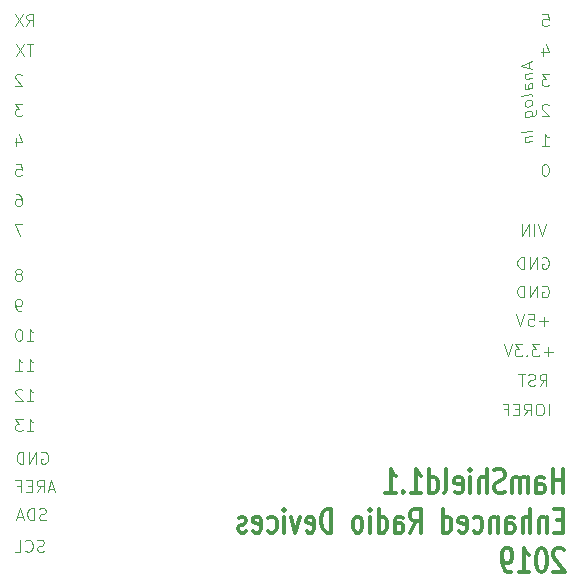
<source format=gbo>
G04 #@! TF.GenerationSoftware,KiCad,Pcbnew,(5.0.0)*
G04 #@! TF.CreationDate,2018-12-02T13:03:49-08:00*
G04 #@! TF.ProjectId,HamShield1.1,48616D536869656C64312E312E6B6963,rev?*
G04 #@! TF.SameCoordinates,PX581e980PY882a660*
G04 #@! TF.FileFunction,Legend,Bot*
G04 #@! TF.FilePolarity,Positive*
%FSLAX46Y46*%
G04 Gerber Fmt 4.6, Leading zero omitted, Abs format (unit mm)*
G04 Created by KiCad (PCBNEW (5.0.0)) date 12/02/18 13:03:49*
%MOMM*%
%LPD*%
G01*
G04 APERTURE LIST*
%ADD10C,0.304800*%
%ADD11C,0.125000*%
%ADD12C,1.950000*%
%ADD13R,1.977200X2.282000*%
%ADD14O,1.977200X2.282000*%
%ADD15R,1.950000X1.950000*%
%ADD16O,1.950000X1.950000*%
%ADD17C,2.129600*%
%ADD18C,3.750000*%
%ADD19R,2.250000X4.314000*%
G04 APERTURE END LIST*
D10*
X50439022Y14623562D02*
X50439022Y16655562D01*
X50439022Y15687943D02*
X49568165Y15687943D01*
X49568165Y14623562D02*
X49568165Y16655562D01*
X48189308Y14623562D02*
X48189308Y15687943D01*
X48261880Y15881467D01*
X48407022Y15978229D01*
X48697308Y15978229D01*
X48842451Y15881467D01*
X48189308Y14720324D02*
X48334451Y14623562D01*
X48697308Y14623562D01*
X48842451Y14720324D01*
X48915022Y14913848D01*
X48915022Y15107372D01*
X48842451Y15300896D01*
X48697308Y15397658D01*
X48334451Y15397658D01*
X48189308Y15494420D01*
X47463594Y14623562D02*
X47463594Y15978229D01*
X47463594Y15784705D02*
X47391022Y15881467D01*
X47245880Y15978229D01*
X47028165Y15978229D01*
X46883022Y15881467D01*
X46810451Y15687943D01*
X46810451Y14623562D01*
X46810451Y15687943D02*
X46737880Y15881467D01*
X46592737Y15978229D01*
X46375022Y15978229D01*
X46229880Y15881467D01*
X46157308Y15687943D01*
X46157308Y14623562D01*
X45504165Y14720324D02*
X45286451Y14623562D01*
X44923594Y14623562D01*
X44778451Y14720324D01*
X44705880Y14817086D01*
X44633308Y15010610D01*
X44633308Y15204134D01*
X44705880Y15397658D01*
X44778451Y15494420D01*
X44923594Y15591181D01*
X45213880Y15687943D01*
X45359022Y15784705D01*
X45431594Y15881467D01*
X45504165Y16074991D01*
X45504165Y16268515D01*
X45431594Y16462039D01*
X45359022Y16558800D01*
X45213880Y16655562D01*
X44851022Y16655562D01*
X44633308Y16558800D01*
X43980165Y14623562D02*
X43980165Y16655562D01*
X43327022Y14623562D02*
X43327022Y15687943D01*
X43399594Y15881467D01*
X43544737Y15978229D01*
X43762451Y15978229D01*
X43907594Y15881467D01*
X43980165Y15784705D01*
X42601308Y14623562D02*
X42601308Y15978229D01*
X42601308Y16655562D02*
X42673880Y16558800D01*
X42601308Y16462039D01*
X42528737Y16558800D01*
X42601308Y16655562D01*
X42601308Y16462039D01*
X41295022Y14720324D02*
X41440165Y14623562D01*
X41730451Y14623562D01*
X41875594Y14720324D01*
X41948165Y14913848D01*
X41948165Y15687943D01*
X41875594Y15881467D01*
X41730451Y15978229D01*
X41440165Y15978229D01*
X41295022Y15881467D01*
X41222451Y15687943D01*
X41222451Y15494420D01*
X41948165Y15300896D01*
X40351594Y14623562D02*
X40496737Y14720324D01*
X40569308Y14913848D01*
X40569308Y16655562D01*
X39117880Y14623562D02*
X39117880Y16655562D01*
X39117880Y14720324D02*
X39263022Y14623562D01*
X39553308Y14623562D01*
X39698451Y14720324D01*
X39771022Y14817086D01*
X39843594Y15010610D01*
X39843594Y15591181D01*
X39771022Y15784705D01*
X39698451Y15881467D01*
X39553308Y15978229D01*
X39263022Y15978229D01*
X39117880Y15881467D01*
X37593880Y14623562D02*
X38464737Y14623562D01*
X38029308Y14623562D02*
X38029308Y16655562D01*
X38174451Y16365277D01*
X38319594Y16171753D01*
X38464737Y16074991D01*
X36940737Y14817086D02*
X36868165Y14720324D01*
X36940737Y14623562D01*
X37013308Y14720324D01*
X36940737Y14817086D01*
X36940737Y14623562D01*
X35416737Y14623562D02*
X36287594Y14623562D01*
X35852165Y14623562D02*
X35852165Y16655562D01*
X35997308Y16365277D01*
X36142451Y16171753D01*
X36287594Y16074991D01*
X50439022Y12335143D02*
X49931022Y12335143D01*
X49713308Y11270762D02*
X50439022Y11270762D01*
X50439022Y13302762D01*
X49713308Y13302762D01*
X49060165Y12625429D02*
X49060165Y11270762D01*
X49060165Y12431905D02*
X48987594Y12528667D01*
X48842451Y12625429D01*
X48624737Y12625429D01*
X48479594Y12528667D01*
X48407022Y12335143D01*
X48407022Y11270762D01*
X47681308Y11270762D02*
X47681308Y13302762D01*
X47028165Y11270762D02*
X47028165Y12335143D01*
X47100737Y12528667D01*
X47245880Y12625429D01*
X47463594Y12625429D01*
X47608737Y12528667D01*
X47681308Y12431905D01*
X45649308Y11270762D02*
X45649308Y12335143D01*
X45721880Y12528667D01*
X45867022Y12625429D01*
X46157308Y12625429D01*
X46302451Y12528667D01*
X45649308Y11367524D02*
X45794451Y11270762D01*
X46157308Y11270762D01*
X46302451Y11367524D01*
X46375022Y11561048D01*
X46375022Y11754572D01*
X46302451Y11948096D01*
X46157308Y12044858D01*
X45794451Y12044858D01*
X45649308Y12141620D01*
X44923594Y12625429D02*
X44923594Y11270762D01*
X44923594Y12431905D02*
X44851022Y12528667D01*
X44705880Y12625429D01*
X44488165Y12625429D01*
X44343022Y12528667D01*
X44270451Y12335143D01*
X44270451Y11270762D01*
X42891594Y11367524D02*
X43036737Y11270762D01*
X43327022Y11270762D01*
X43472165Y11367524D01*
X43544737Y11464286D01*
X43617308Y11657810D01*
X43617308Y12238381D01*
X43544737Y12431905D01*
X43472165Y12528667D01*
X43327022Y12625429D01*
X43036737Y12625429D01*
X42891594Y12528667D01*
X41657880Y11367524D02*
X41803022Y11270762D01*
X42093308Y11270762D01*
X42238451Y11367524D01*
X42311022Y11561048D01*
X42311022Y12335143D01*
X42238451Y12528667D01*
X42093308Y12625429D01*
X41803022Y12625429D01*
X41657880Y12528667D01*
X41585308Y12335143D01*
X41585308Y12141620D01*
X42311022Y11948096D01*
X40279022Y11270762D02*
X40279022Y13302762D01*
X40279022Y11367524D02*
X40424165Y11270762D01*
X40714451Y11270762D01*
X40859594Y11367524D01*
X40932165Y11464286D01*
X41004737Y11657810D01*
X41004737Y12238381D01*
X40932165Y12431905D01*
X40859594Y12528667D01*
X40714451Y12625429D01*
X40424165Y12625429D01*
X40279022Y12528667D01*
X37521308Y11270762D02*
X38029308Y12238381D01*
X38392165Y11270762D02*
X38392165Y13302762D01*
X37811594Y13302762D01*
X37666451Y13206000D01*
X37593880Y13109239D01*
X37521308Y12915715D01*
X37521308Y12625429D01*
X37593880Y12431905D01*
X37666451Y12335143D01*
X37811594Y12238381D01*
X38392165Y12238381D01*
X36215022Y11270762D02*
X36215022Y12335143D01*
X36287594Y12528667D01*
X36432737Y12625429D01*
X36723022Y12625429D01*
X36868165Y12528667D01*
X36215022Y11367524D02*
X36360165Y11270762D01*
X36723022Y11270762D01*
X36868165Y11367524D01*
X36940737Y11561048D01*
X36940737Y11754572D01*
X36868165Y11948096D01*
X36723022Y12044858D01*
X36360165Y12044858D01*
X36215022Y12141620D01*
X34836165Y11270762D02*
X34836165Y13302762D01*
X34836165Y11367524D02*
X34981308Y11270762D01*
X35271594Y11270762D01*
X35416737Y11367524D01*
X35489308Y11464286D01*
X35561880Y11657810D01*
X35561880Y12238381D01*
X35489308Y12431905D01*
X35416737Y12528667D01*
X35271594Y12625429D01*
X34981308Y12625429D01*
X34836165Y12528667D01*
X34110451Y11270762D02*
X34110451Y12625429D01*
X34110451Y13302762D02*
X34183022Y13206000D01*
X34110451Y13109239D01*
X34037880Y13206000D01*
X34110451Y13302762D01*
X34110451Y13109239D01*
X33167022Y11270762D02*
X33312165Y11367524D01*
X33384737Y11464286D01*
X33457308Y11657810D01*
X33457308Y12238381D01*
X33384737Y12431905D01*
X33312165Y12528667D01*
X33167022Y12625429D01*
X32949308Y12625429D01*
X32804165Y12528667D01*
X32731594Y12431905D01*
X32659022Y12238381D01*
X32659022Y11657810D01*
X32731594Y11464286D01*
X32804165Y11367524D01*
X32949308Y11270762D01*
X33167022Y11270762D01*
X30844737Y11270762D02*
X30844737Y13302762D01*
X30481880Y13302762D01*
X30264165Y13206000D01*
X30119022Y13012477D01*
X30046451Y12818953D01*
X29973880Y12431905D01*
X29973880Y12141620D01*
X30046451Y11754572D01*
X30119022Y11561048D01*
X30264165Y11367524D01*
X30481880Y11270762D01*
X30844737Y11270762D01*
X28740165Y11367524D02*
X28885308Y11270762D01*
X29175594Y11270762D01*
X29320737Y11367524D01*
X29393308Y11561048D01*
X29393308Y12335143D01*
X29320737Y12528667D01*
X29175594Y12625429D01*
X28885308Y12625429D01*
X28740165Y12528667D01*
X28667594Y12335143D01*
X28667594Y12141620D01*
X29393308Y11948096D01*
X28159594Y12625429D02*
X27796737Y11270762D01*
X27433880Y12625429D01*
X26853308Y11270762D02*
X26853308Y12625429D01*
X26853308Y13302762D02*
X26925880Y13206000D01*
X26853308Y13109239D01*
X26780737Y13206000D01*
X26853308Y13302762D01*
X26853308Y13109239D01*
X25474451Y11367524D02*
X25619594Y11270762D01*
X25909880Y11270762D01*
X26055022Y11367524D01*
X26127594Y11464286D01*
X26200165Y11657810D01*
X26200165Y12238381D01*
X26127594Y12431905D01*
X26055022Y12528667D01*
X25909880Y12625429D01*
X25619594Y12625429D01*
X25474451Y12528667D01*
X24240737Y11367524D02*
X24385880Y11270762D01*
X24676165Y11270762D01*
X24821308Y11367524D01*
X24893880Y11561048D01*
X24893880Y12335143D01*
X24821308Y12528667D01*
X24676165Y12625429D01*
X24385880Y12625429D01*
X24240737Y12528667D01*
X24168165Y12335143D01*
X24168165Y12141620D01*
X24893880Y11948096D01*
X23587594Y11367524D02*
X23442451Y11270762D01*
X23152165Y11270762D01*
X23007022Y11367524D01*
X22934451Y11561048D01*
X22934451Y11657810D01*
X23007022Y11851334D01*
X23152165Y11948096D01*
X23369880Y11948096D01*
X23515022Y12044858D01*
X23587594Y12238381D01*
X23587594Y12335143D01*
X23515022Y12528667D01*
X23369880Y12625429D01*
X23152165Y12625429D01*
X23007022Y12528667D01*
X50511594Y9756439D02*
X50439022Y9853200D01*
X50293880Y9949962D01*
X49931022Y9949962D01*
X49785880Y9853200D01*
X49713308Y9756439D01*
X49640737Y9562915D01*
X49640737Y9369391D01*
X49713308Y9079105D01*
X50584165Y7917962D01*
X49640737Y7917962D01*
X48697308Y9949962D02*
X48552165Y9949962D01*
X48407022Y9853200D01*
X48334451Y9756439D01*
X48261880Y9562915D01*
X48189308Y9175867D01*
X48189308Y8692058D01*
X48261880Y8305010D01*
X48334451Y8111486D01*
X48407022Y8014724D01*
X48552165Y7917962D01*
X48697308Y7917962D01*
X48842451Y8014724D01*
X48915022Y8111486D01*
X48987594Y8305010D01*
X49060165Y8692058D01*
X49060165Y9175867D01*
X48987594Y9562915D01*
X48915022Y9756439D01*
X48842451Y9853200D01*
X48697308Y9949962D01*
X46737880Y7917962D02*
X47608737Y7917962D01*
X47173308Y7917962D02*
X47173308Y9949962D01*
X47318451Y9659677D01*
X47463594Y9466153D01*
X47608737Y9369391D01*
X46012165Y7917962D02*
X45721880Y7917962D01*
X45576737Y8014724D01*
X45504165Y8111486D01*
X45359022Y8401772D01*
X45286451Y8788820D01*
X45286451Y9562915D01*
X45359022Y9756439D01*
X45431594Y9853200D01*
X45576737Y9949962D01*
X45867022Y9949962D01*
X46012165Y9853200D01*
X46084737Y9756439D01*
X46157308Y9562915D01*
X46157308Y9079105D01*
X46084737Y8885581D01*
X46012165Y8788820D01*
X45867022Y8692058D01*
X45576737Y8692058D01*
X45431594Y8788820D01*
X45359022Y8885581D01*
X45286451Y9079105D01*
G04 #@! TO.C,U5*
D11*
X49234761Y21187620D02*
X49234761Y22187620D01*
X48568095Y22187620D02*
X48377619Y22187620D01*
X48282380Y22140000D01*
X48187142Y22044762D01*
X48139523Y21854286D01*
X48139523Y21520953D01*
X48187142Y21330477D01*
X48282380Y21235239D01*
X48377619Y21187620D01*
X48568095Y21187620D01*
X48663333Y21235239D01*
X48758571Y21330477D01*
X48806190Y21520953D01*
X48806190Y21854286D01*
X48758571Y22044762D01*
X48663333Y22140000D01*
X48568095Y22187620D01*
X47139523Y21187620D02*
X47472857Y21663810D01*
X47710952Y21187620D02*
X47710952Y22187620D01*
X47330000Y22187620D01*
X47234761Y22140000D01*
X47187142Y22092381D01*
X47139523Y21997143D01*
X47139523Y21854286D01*
X47187142Y21759048D01*
X47234761Y21711429D01*
X47330000Y21663810D01*
X47710952Y21663810D01*
X46710952Y21711429D02*
X46377619Y21711429D01*
X46234761Y21187620D02*
X46710952Y21187620D01*
X46710952Y22187620D01*
X46234761Y22187620D01*
X45472857Y21711429D02*
X45806190Y21711429D01*
X45806190Y21187620D02*
X45806190Y22187620D01*
X45330000Y22187620D01*
X6500476Y9695239D02*
X6357619Y9647620D01*
X6119523Y9647620D01*
X6024285Y9695239D01*
X5976666Y9742858D01*
X5929047Y9838096D01*
X5929047Y9933334D01*
X5976666Y10028572D01*
X6024285Y10076191D01*
X6119523Y10123810D01*
X6310000Y10171429D01*
X6405238Y10219048D01*
X6452857Y10266667D01*
X6500476Y10361905D01*
X6500476Y10457143D01*
X6452857Y10552381D01*
X6405238Y10600000D01*
X6310000Y10647620D01*
X6071904Y10647620D01*
X5929047Y10600000D01*
X4929047Y9742858D02*
X4976666Y9695239D01*
X5119523Y9647620D01*
X5214761Y9647620D01*
X5357619Y9695239D01*
X5452857Y9790477D01*
X5500476Y9885715D01*
X5548095Y10076191D01*
X5548095Y10219048D01*
X5500476Y10409524D01*
X5452857Y10504762D01*
X5357619Y10600000D01*
X5214761Y10647620D01*
X5119523Y10647620D01*
X4976666Y10600000D01*
X4929047Y10552381D01*
X4024285Y9647620D02*
X4500476Y9647620D01*
X4500476Y10647620D01*
X6664285Y12375239D02*
X6521428Y12327620D01*
X6283333Y12327620D01*
X6188095Y12375239D01*
X6140476Y12422858D01*
X6092857Y12518096D01*
X6092857Y12613334D01*
X6140476Y12708572D01*
X6188095Y12756191D01*
X6283333Y12803810D01*
X6473809Y12851429D01*
X6569047Y12899048D01*
X6616666Y12946667D01*
X6664285Y13041905D01*
X6664285Y13137143D01*
X6616666Y13232381D01*
X6569047Y13280000D01*
X6473809Y13327620D01*
X6235714Y13327620D01*
X6092857Y13280000D01*
X5664285Y12327620D02*
X5664285Y13327620D01*
X5426190Y13327620D01*
X5283333Y13280000D01*
X5188095Y13184762D01*
X5140476Y13089524D01*
X5092857Y12899048D01*
X5092857Y12756191D01*
X5140476Y12565715D01*
X5188095Y12470477D01*
X5283333Y12375239D01*
X5426190Y12327620D01*
X5664285Y12327620D01*
X4711904Y12613334D02*
X4235714Y12613334D01*
X4807142Y12327620D02*
X4473809Y13327620D01*
X4140476Y12327620D01*
X48683604Y32140000D02*
X48778842Y32187620D01*
X48921700Y32187620D01*
X49064557Y32140000D01*
X49159795Y32044762D01*
X49207414Y31949524D01*
X49255033Y31759048D01*
X49255033Y31616191D01*
X49207414Y31425715D01*
X49159795Y31330477D01*
X49064557Y31235239D01*
X48921700Y31187620D01*
X48826461Y31187620D01*
X48683604Y31235239D01*
X48635985Y31282858D01*
X48635985Y31616191D01*
X48826461Y31616191D01*
X48207414Y31187620D02*
X48207414Y32187620D01*
X47635985Y31187620D01*
X47635985Y32187620D01*
X47159795Y31187620D02*
X47159795Y32187620D01*
X46921700Y32187620D01*
X46778842Y32140000D01*
X46683604Y32044762D01*
X46635985Y31949524D01*
X46588366Y31759048D01*
X46588366Y31616191D01*
X46635985Y31425715D01*
X46683604Y31330477D01*
X46778842Y31235239D01*
X46921700Y31187620D01*
X47159795Y31187620D01*
X48683604Y34540000D02*
X48778842Y34587620D01*
X48921700Y34587620D01*
X49064557Y34540000D01*
X49159795Y34444762D01*
X49207414Y34349524D01*
X49255033Y34159048D01*
X49255033Y34016191D01*
X49207414Y33825715D01*
X49159795Y33730477D01*
X49064557Y33635239D01*
X48921700Y33587620D01*
X48826461Y33587620D01*
X48683604Y33635239D01*
X48635985Y33682858D01*
X48635985Y34016191D01*
X48826461Y34016191D01*
X48207414Y33587620D02*
X48207414Y34587620D01*
X47635985Y33587620D01*
X47635985Y34587620D01*
X47159795Y33587620D02*
X47159795Y34587620D01*
X46921700Y34587620D01*
X46778842Y34540000D01*
X46683604Y34444762D01*
X46635985Y34349524D01*
X46588366Y34159048D01*
X46588366Y34016191D01*
X46635985Y33825715D01*
X46683604Y33730477D01*
X46778842Y33635239D01*
X46921700Y33587620D01*
X47159795Y33587620D01*
X49207414Y29148572D02*
X48445509Y29148572D01*
X48826461Y28767620D02*
X48826461Y29529524D01*
X47493128Y29767620D02*
X47969319Y29767620D01*
X48016938Y29291429D01*
X47969319Y29339048D01*
X47874080Y29386667D01*
X47635985Y29386667D01*
X47540747Y29339048D01*
X47493128Y29291429D01*
X47445509Y29196191D01*
X47445509Y28958096D01*
X47493128Y28862858D01*
X47540747Y28815239D01*
X47635985Y28767620D01*
X47874080Y28767620D01*
X47969319Y28815239D01*
X48016938Y28862858D01*
X47159795Y29767620D02*
X46826461Y28767620D01*
X46493128Y29767620D01*
X48469319Y23687620D02*
X48802652Y24163810D01*
X49040747Y23687620D02*
X49040747Y24687620D01*
X48659795Y24687620D01*
X48564557Y24640000D01*
X48516938Y24592381D01*
X48469319Y24497143D01*
X48469319Y24354286D01*
X48516938Y24259048D01*
X48564557Y24211429D01*
X48659795Y24163810D01*
X49040747Y24163810D01*
X48088366Y23735239D02*
X47945509Y23687620D01*
X47707414Y23687620D01*
X47612176Y23735239D01*
X47564557Y23782858D01*
X47516938Y23878096D01*
X47516938Y23973334D01*
X47564557Y24068572D01*
X47612176Y24116191D01*
X47707414Y24163810D01*
X47897890Y24211429D01*
X47993128Y24259048D01*
X48040747Y24306667D01*
X48088366Y24401905D01*
X48088366Y24497143D01*
X48040747Y24592381D01*
X47993128Y24640000D01*
X47897890Y24687620D01*
X47659795Y24687620D01*
X47516938Y24640000D01*
X47231223Y24687620D02*
X46659795Y24687620D01*
X46945509Y23687620D02*
X46945509Y24687620D01*
X49016938Y37387620D02*
X48683604Y36387620D01*
X48350271Y37387620D01*
X48016938Y36387620D02*
X48016938Y37387620D01*
X47540747Y36387620D02*
X47540747Y37387620D01*
X46969319Y36387620D01*
X46969319Y37387620D01*
X49570000Y26588572D02*
X48808095Y26588572D01*
X49189047Y26207620D02*
X49189047Y26969524D01*
X48427142Y27207620D02*
X47808095Y27207620D01*
X48141428Y26826667D01*
X47998571Y26826667D01*
X47903333Y26779048D01*
X47855714Y26731429D01*
X47808095Y26636191D01*
X47808095Y26398096D01*
X47855714Y26302858D01*
X47903333Y26255239D01*
X47998571Y26207620D01*
X48284285Y26207620D01*
X48379523Y26255239D01*
X48427142Y26302858D01*
X47379523Y26302858D02*
X47331904Y26255239D01*
X47379523Y26207620D01*
X47427142Y26255239D01*
X47379523Y26302858D01*
X47379523Y26207620D01*
X46998571Y27207620D02*
X46379523Y27207620D01*
X46712857Y26826667D01*
X46570000Y26826667D01*
X46474761Y26779048D01*
X46427142Y26731429D01*
X46379523Y26636191D01*
X46379523Y26398096D01*
X46427142Y26302858D01*
X46474761Y26255239D01*
X46570000Y26207620D01*
X46855714Y26207620D01*
X46950952Y26255239D01*
X46998571Y26302858D01*
X46093809Y27207620D02*
X45760476Y26207620D01*
X45427142Y27207620D01*
X48985319Y42467620D02*
X48890080Y42467620D01*
X48794842Y42420000D01*
X48747223Y42372381D01*
X48699604Y42277143D01*
X48651985Y42086667D01*
X48651985Y41848572D01*
X48699604Y41658096D01*
X48747223Y41562858D01*
X48794842Y41515239D01*
X48890080Y41467620D01*
X48985319Y41467620D01*
X49080557Y41515239D01*
X49128176Y41562858D01*
X49175795Y41658096D01*
X49223414Y41848572D01*
X49223414Y42086667D01*
X49175795Y42277143D01*
X49128176Y42372381D01*
X49080557Y42420000D01*
X48985319Y42467620D01*
X48651985Y44007620D02*
X49223414Y44007620D01*
X48937700Y44007620D02*
X48937700Y45007620D01*
X49032938Y44864762D01*
X49128176Y44769524D01*
X49223414Y44721905D01*
X49223414Y47452381D02*
X49175795Y47500000D01*
X49080557Y47547620D01*
X48842461Y47547620D01*
X48747223Y47500000D01*
X48699604Y47452381D01*
X48651985Y47357143D01*
X48651985Y47261905D01*
X48699604Y47119048D01*
X49271033Y46547620D01*
X48651985Y46547620D01*
X49271033Y50087620D02*
X48651985Y50087620D01*
X48985319Y49706667D01*
X48842461Y49706667D01*
X48747223Y49659048D01*
X48699604Y49611429D01*
X48651985Y49516191D01*
X48651985Y49278096D01*
X48699604Y49182858D01*
X48747223Y49135239D01*
X48842461Y49087620D01*
X49128176Y49087620D01*
X49223414Y49135239D01*
X49271033Y49182858D01*
X48747223Y52294286D02*
X48747223Y51627620D01*
X48985319Y52675239D02*
X49223414Y51960953D01*
X48604366Y51960953D01*
X48699604Y55167620D02*
X49175795Y55167620D01*
X49223414Y54691429D01*
X49175795Y54739048D01*
X49080557Y54786667D01*
X48842461Y54786667D01*
X48747223Y54739048D01*
X48699604Y54691429D01*
X48651985Y54596191D01*
X48651985Y54358096D01*
X48699604Y54262858D01*
X48747223Y54215239D01*
X48842461Y54167620D01*
X49080557Y54167620D01*
X49175795Y54215239D01*
X49223414Y54262858D01*
X47580366Y51078192D02*
X47580366Y50602002D01*
X47866080Y51209145D02*
X46866080Y50750812D01*
X47866080Y50542478D01*
X47199414Y50125812D02*
X47866080Y50209145D01*
X47294652Y50137716D02*
X47247033Y50084145D01*
X47199414Y49982954D01*
X47199414Y49840097D01*
X47247033Y49750812D01*
X47342271Y49715097D01*
X47866080Y49780573D01*
X47866080Y48875812D02*
X47342271Y48810335D01*
X47247033Y48846050D01*
X47199414Y48935335D01*
X47199414Y49125812D01*
X47247033Y49227002D01*
X47818461Y48869859D02*
X47866080Y48971050D01*
X47866080Y49209145D01*
X47818461Y49298431D01*
X47723223Y49334145D01*
X47627985Y49322240D01*
X47532747Y49262716D01*
X47485128Y49161526D01*
X47485128Y48923431D01*
X47437509Y48822240D01*
X47866080Y48256764D02*
X47818461Y48346050D01*
X47723223Y48381764D01*
X46866080Y48274621D01*
X47866080Y47732954D02*
X47818461Y47822240D01*
X47770842Y47863907D01*
X47675604Y47899621D01*
X47389890Y47863907D01*
X47294652Y47804383D01*
X47247033Y47750812D01*
X47199414Y47649621D01*
X47199414Y47506764D01*
X47247033Y47417478D01*
X47294652Y47375812D01*
X47389890Y47340097D01*
X47675604Y47375812D01*
X47770842Y47435335D01*
X47818461Y47488907D01*
X47866080Y47590097D01*
X47866080Y47732954D01*
X47199414Y46459145D02*
X48008938Y46560335D01*
X48104176Y46619859D01*
X48151795Y46673431D01*
X48199414Y46774621D01*
X48199414Y46917478D01*
X48151795Y47006764D01*
X47818461Y46536526D02*
X47866080Y46637716D01*
X47866080Y46828192D01*
X47818461Y46917478D01*
X47770842Y46959145D01*
X47675604Y46994859D01*
X47389890Y46959145D01*
X47294652Y46899621D01*
X47247033Y46846050D01*
X47199414Y46744859D01*
X47199414Y46554383D01*
X47247033Y46465097D01*
X47866080Y45304383D02*
X46866080Y45179383D01*
X47199414Y44744859D02*
X47866080Y44828192D01*
X47294652Y44756764D02*
X47247033Y44703192D01*
X47199414Y44602002D01*
X47199414Y44459145D01*
X47247033Y44369859D01*
X47342271Y44334145D01*
X47866080Y44399621D01*
X6291904Y18060000D02*
X6387142Y18107620D01*
X6530000Y18107620D01*
X6672857Y18060000D01*
X6768095Y17964762D01*
X6815714Y17869524D01*
X6863333Y17679048D01*
X6863333Y17536191D01*
X6815714Y17345715D01*
X6768095Y17250477D01*
X6672857Y17155239D01*
X6530000Y17107620D01*
X6434761Y17107620D01*
X6291904Y17155239D01*
X6244285Y17202858D01*
X6244285Y17536191D01*
X6434761Y17536191D01*
X5815714Y17107620D02*
X5815714Y18107620D01*
X5244285Y17107620D01*
X5244285Y18107620D01*
X4768095Y17107620D02*
X4768095Y18107620D01*
X4530000Y18107620D01*
X4387142Y18060000D01*
X4291904Y17964762D01*
X4244285Y17869524D01*
X4196666Y17679048D01*
X4196666Y17536191D01*
X4244285Y17345715D01*
X4291904Y17250477D01*
X4387142Y17155239D01*
X4530000Y17107620D01*
X4768095Y17107620D01*
X5046476Y19877620D02*
X5617904Y19877620D01*
X5332190Y19877620D02*
X5332190Y20877620D01*
X5427428Y20734762D01*
X5522666Y20639524D01*
X5617904Y20591905D01*
X4713142Y20877620D02*
X4094095Y20877620D01*
X4427428Y20496667D01*
X4284571Y20496667D01*
X4189333Y20449048D01*
X4141714Y20401429D01*
X4094095Y20306191D01*
X4094095Y20068096D01*
X4141714Y19972858D01*
X4189333Y19925239D01*
X4284571Y19877620D01*
X4570285Y19877620D01*
X4665523Y19925239D01*
X4713142Y19972858D01*
X5046476Y22417620D02*
X5617904Y22417620D01*
X5332190Y22417620D02*
X5332190Y23417620D01*
X5427428Y23274762D01*
X5522666Y23179524D01*
X5617904Y23131905D01*
X4665523Y23322381D02*
X4617904Y23370000D01*
X4522666Y23417620D01*
X4284571Y23417620D01*
X4189333Y23370000D01*
X4141714Y23322381D01*
X4094095Y23227143D01*
X4094095Y23131905D01*
X4141714Y22989048D01*
X4713142Y22417620D01*
X4094095Y22417620D01*
X5046476Y24957620D02*
X5617904Y24957620D01*
X5332190Y24957620D02*
X5332190Y25957620D01*
X5427428Y25814762D01*
X5522666Y25719524D01*
X5617904Y25671905D01*
X4094095Y24957620D02*
X4665523Y24957620D01*
X4379809Y24957620D02*
X4379809Y25957620D01*
X4475047Y25814762D01*
X4570285Y25719524D01*
X4665523Y25671905D01*
X7379047Y14993334D02*
X6902857Y14993334D01*
X7474285Y14707620D02*
X7140952Y15707620D01*
X6807619Y14707620D01*
X5902857Y14707620D02*
X6236190Y15183810D01*
X6474285Y14707620D02*
X6474285Y15707620D01*
X6093333Y15707620D01*
X5998095Y15660000D01*
X5950476Y15612381D01*
X5902857Y15517143D01*
X5902857Y15374286D01*
X5950476Y15279048D01*
X5998095Y15231429D01*
X6093333Y15183810D01*
X6474285Y15183810D01*
X5474285Y15231429D02*
X5140952Y15231429D01*
X4998095Y14707620D02*
X5474285Y14707620D01*
X5474285Y15707620D01*
X4998095Y15707620D01*
X4236190Y15231429D02*
X4569523Y15231429D01*
X4569523Y14707620D02*
X4569523Y15707620D01*
X4093333Y15707620D01*
X5046476Y27497620D02*
X5617904Y27497620D01*
X5332190Y27497620D02*
X5332190Y28497620D01*
X5427428Y28354762D01*
X5522666Y28259524D01*
X5617904Y28211905D01*
X4427428Y28497620D02*
X4332190Y28497620D01*
X4236952Y28450000D01*
X4189333Y28402381D01*
X4141714Y28307143D01*
X4094095Y28116667D01*
X4094095Y27878572D01*
X4141714Y27688096D01*
X4189333Y27592858D01*
X4236952Y27545239D01*
X4332190Y27497620D01*
X4427428Y27497620D01*
X4522666Y27545239D01*
X4570285Y27592858D01*
X4617904Y27688096D01*
X4665523Y27878572D01*
X4665523Y28116667D01*
X4617904Y28307143D01*
X4570285Y28402381D01*
X4522666Y28450000D01*
X4427428Y28497620D01*
X4538476Y30037620D02*
X4348000Y30037620D01*
X4252761Y30085239D01*
X4205142Y30132858D01*
X4109904Y30275715D01*
X4062285Y30466191D01*
X4062285Y30847143D01*
X4109904Y30942381D01*
X4157523Y30990000D01*
X4252761Y31037620D01*
X4443238Y31037620D01*
X4538476Y30990000D01*
X4586095Y30942381D01*
X4633714Y30847143D01*
X4633714Y30609048D01*
X4586095Y30513810D01*
X4538476Y30466191D01*
X4443238Y30418572D01*
X4252761Y30418572D01*
X4157523Y30466191D01*
X4109904Y30513810D01*
X4062285Y30609048D01*
X4443238Y33149048D02*
X4538476Y33196667D01*
X4586095Y33244286D01*
X4633714Y33339524D01*
X4633714Y33387143D01*
X4586095Y33482381D01*
X4538476Y33530000D01*
X4443238Y33577620D01*
X4252761Y33577620D01*
X4157523Y33530000D01*
X4109904Y33482381D01*
X4062285Y33387143D01*
X4062285Y33339524D01*
X4109904Y33244286D01*
X4157523Y33196667D01*
X4252761Y33149048D01*
X4443238Y33149048D01*
X4538476Y33101429D01*
X4586095Y33053810D01*
X4633714Y32958572D01*
X4633714Y32768096D01*
X4586095Y32672858D01*
X4538476Y32625239D01*
X4443238Y32577620D01*
X4252761Y32577620D01*
X4157523Y32625239D01*
X4109904Y32672858D01*
X4062285Y32768096D01*
X4062285Y32958572D01*
X4109904Y33053810D01*
X4157523Y33101429D01*
X4252761Y33149048D01*
X4681333Y37387620D02*
X4014666Y37387620D01*
X4443238Y36387620D01*
X4157523Y39927620D02*
X4348000Y39927620D01*
X4443238Y39880000D01*
X4490857Y39832381D01*
X4586095Y39689524D01*
X4633714Y39499048D01*
X4633714Y39118096D01*
X4586095Y39022858D01*
X4538476Y38975239D01*
X4443238Y38927620D01*
X4252761Y38927620D01*
X4157523Y38975239D01*
X4109904Y39022858D01*
X4062285Y39118096D01*
X4062285Y39356191D01*
X4109904Y39451429D01*
X4157523Y39499048D01*
X4252761Y39546667D01*
X4443238Y39546667D01*
X4538476Y39499048D01*
X4586095Y39451429D01*
X4633714Y39356191D01*
X4109904Y42467620D02*
X4586095Y42467620D01*
X4633714Y41991429D01*
X4586095Y42039048D01*
X4490857Y42086667D01*
X4252761Y42086667D01*
X4157523Y42039048D01*
X4109904Y41991429D01*
X4062285Y41896191D01*
X4062285Y41658096D01*
X4109904Y41562858D01*
X4157523Y41515239D01*
X4252761Y41467620D01*
X4490857Y41467620D01*
X4586095Y41515239D01*
X4633714Y41562858D01*
X4157523Y44674286D02*
X4157523Y44007620D01*
X4395619Y45055239D02*
X4633714Y44340953D01*
X4014666Y44340953D01*
X4681333Y47547620D02*
X4062285Y47547620D01*
X4395619Y47166667D01*
X4252761Y47166667D01*
X4157523Y47119048D01*
X4109904Y47071429D01*
X4062285Y46976191D01*
X4062285Y46738096D01*
X4109904Y46642858D01*
X4157523Y46595239D01*
X4252761Y46547620D01*
X4538476Y46547620D01*
X4633714Y46595239D01*
X4681333Y46642858D01*
X4633714Y49992381D02*
X4586095Y50040000D01*
X4490857Y50087620D01*
X4252761Y50087620D01*
X4157523Y50040000D01*
X4109904Y49992381D01*
X4062285Y49897143D01*
X4062285Y49801905D01*
X4109904Y49659048D01*
X4681333Y49087620D01*
X4062285Y49087620D01*
X5617904Y52627620D02*
X5046476Y52627620D01*
X5332190Y51627620D02*
X5332190Y52627620D01*
X4808380Y52627620D02*
X4141714Y51627620D01*
X4141714Y52627620D02*
X4808380Y51627620D01*
X5022666Y54167620D02*
X5356000Y54643810D01*
X5594095Y54167620D02*
X5594095Y55167620D01*
X5213142Y55167620D01*
X5117904Y55120000D01*
X5070285Y55072381D01*
X5022666Y54977143D01*
X5022666Y54834286D01*
X5070285Y54739048D01*
X5117904Y54691429D01*
X5213142Y54643810D01*
X5594095Y54643810D01*
X4689333Y55167620D02*
X4022666Y54167620D01*
X4022666Y55167620D02*
X4689333Y54167620D01*
G04 #@! TD*
%LPC*%
D12*
G04 #@! TO.C,J2*
X43200000Y-3220000D03*
X43200000Y3780000D03*
G04 #@! TD*
D13*
G04 #@! TO.C,P1*
X25480000Y1780000D03*
D14*
X22940000Y1780000D03*
X20400000Y1780000D03*
X17860000Y1780000D03*
X15320000Y1780000D03*
X12780000Y1780000D03*
X10240000Y1780000D03*
X7700000Y1780000D03*
X5160000Y1780000D03*
X2620000Y1780000D03*
G04 #@! TD*
D15*
G04 #@! TO.C,JP3*
X35470000Y4165000D03*
D16*
X35470000Y1625000D03*
X35470000Y-915000D03*
X35470000Y-3455000D03*
G04 #@! TD*
D17*
G04 #@! TO.C,U5*
X50830000Y26680000D03*
X50830000Y29220000D03*
X50830000Y41920000D03*
X50830000Y44460000D03*
X50830000Y47000000D03*
X50830000Y49540000D03*
X50830000Y52080000D03*
X50830000Y54620000D03*
X2570000Y15250000D03*
X2570000Y49540000D03*
X2570000Y47000000D03*
X2570000Y44460000D03*
X2570000Y41920000D03*
X2570000Y39380000D03*
X2570000Y36840000D03*
X2570000Y33030000D03*
X2570000Y30490000D03*
X2570000Y27950000D03*
X2570000Y25410000D03*
X2570000Y22870000D03*
X2570000Y20330000D03*
X50830000Y31760000D03*
X50830000Y34300000D03*
X2570000Y17790000D03*
X50830000Y24140000D03*
X2570000Y54620000D03*
X2570000Y52080000D03*
X50830000Y36840000D03*
D18*
X2570000Y6360000D03*
X45755000Y57165000D03*
X17815000Y57160000D03*
X50830000Y5095000D03*
D17*
X2570000Y12710000D03*
X2570000Y10170000D03*
X50830000Y21600000D03*
X50830000Y19060000D03*
G04 #@! TD*
D19*
G04 #@! TO.C,J1*
X8838000Y57240000D03*
X14362000Y57240000D03*
G04 #@! TD*
M02*

</source>
